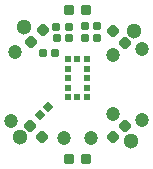
<source format=gts>
G04*
G04 #@! TF.GenerationSoftware,Altium Limited,Altium Designer,21.8.1 (53)*
G04*
G04 Layer_Color=8388736*
%FSLAX43Y43*%
%MOMM*%
G71*
G04*
G04 #@! TF.SameCoordinates,1D73D155-7DD3-43B3-A4AD-18309685674C*
G04*
G04*
G04 #@! TF.FilePolarity,Negative*
G04*
G01*
G75*
G04:AMPARAMS|DCode=12|XSize=0.9mm|YSize=0.9mm|CornerRadius=0.15mm|HoleSize=0mm|Usage=FLASHONLY|Rotation=0.000|XOffset=0mm|YOffset=0mm|HoleType=Round|Shape=RoundedRectangle|*
%AMROUNDEDRECTD12*
21,1,0.900,0.600,0,0,0.0*
21,1,0.600,0.900,0,0,0.0*
1,1,0.300,0.300,-0.300*
1,1,0.300,-0.300,-0.300*
1,1,0.300,-0.300,0.300*
1,1,0.300,0.300,0.300*
%
%ADD12ROUNDEDRECTD12*%
%ADD13R,0.620X0.620*%
G04:AMPARAMS|DCode=14|XSize=0.9mm|YSize=0.9mm|CornerRadius=0.15mm|HoleSize=0mm|Usage=FLASHONLY|Rotation=135.000|XOffset=0mm|YOffset=0mm|HoleType=Round|Shape=RoundedRectangle|*
%AMROUNDEDRECTD14*
21,1,0.900,0.600,0,0,135.0*
21,1,0.600,0.900,0,0,135.0*
1,1,0.300,0.000,0.424*
1,1,0.300,0.424,0.000*
1,1,0.300,0.000,-0.424*
1,1,0.300,-0.424,0.000*
%
%ADD14ROUNDEDRECTD14*%
G04:AMPARAMS|DCode=15|XSize=0.9mm|YSize=0.9mm|CornerRadius=0.15mm|HoleSize=0mm|Usage=FLASHONLY|Rotation=45.000|XOffset=0mm|YOffset=0mm|HoleType=Round|Shape=RoundedRectangle|*
%AMROUNDEDRECTD15*
21,1,0.900,0.600,0,0,45.0*
21,1,0.600,0.900,0,0,45.0*
1,1,0.300,0.424,0.000*
1,1,0.300,0.000,-0.424*
1,1,0.300,-0.424,0.000*
1,1,0.300,0.000,0.424*
%
%ADD15ROUNDEDRECTD15*%
G04:AMPARAMS|DCode=16|XSize=0.69mm|YSize=0.7mm|CornerRadius=0.124mm|HoleSize=0mm|Usage=FLASHONLY|Rotation=180.000|XOffset=0mm|YOffset=0mm|HoleType=Round|Shape=RoundedRectangle|*
%AMROUNDEDRECTD16*
21,1,0.690,0.453,0,0,180.0*
21,1,0.443,0.700,0,0,180.0*
1,1,0.248,-0.221,0.226*
1,1,0.248,0.221,0.226*
1,1,0.248,0.221,-0.226*
1,1,0.248,-0.221,-0.226*
%
%ADD16ROUNDEDRECTD16*%
G04:AMPARAMS|DCode=17|XSize=0.71mm|YSize=0.7mm|CornerRadius=0.125mm|HoleSize=0mm|Usage=FLASHONLY|Rotation=180.000|XOffset=0mm|YOffset=0mm|HoleType=Round|Shape=RoundedRectangle|*
%AMROUNDEDRECTD17*
21,1,0.710,0.450,0,0,180.0*
21,1,0.460,0.700,0,0,180.0*
1,1,0.250,-0.230,0.225*
1,1,0.250,0.230,0.225*
1,1,0.250,0.230,-0.225*
1,1,0.250,-0.230,-0.225*
%
%ADD17ROUNDEDRECTD17*%
G04:AMPARAMS|DCode=18|XSize=0.71mm|YSize=0.7mm|CornerRadius=0.125mm|HoleSize=0mm|Usage=FLASHONLY|Rotation=45.000|XOffset=0mm|YOffset=0mm|HoleType=Round|Shape=RoundedRectangle|*
%AMROUNDEDRECTD18*
21,1,0.710,0.450,0,0,45.0*
21,1,0.460,0.700,0,0,45.0*
1,1,0.250,0.322,0.004*
1,1,0.250,-0.004,-0.322*
1,1,0.250,-0.322,-0.004*
1,1,0.250,0.004,0.322*
%
%ADD18ROUNDEDRECTD18*%
%ADD19C,1.200*%
%ADD20C,1.300*%
D12*
X-700Y-6300D02*
D03*
X700D02*
D03*
Y6300D02*
D03*
X-700D02*
D03*
D13*
X-800Y500D02*
D03*
X800D02*
D03*
Y1300D02*
D03*
X-800D02*
D03*
Y2100D02*
D03*
X800D02*
D03*
X-800Y-300D02*
D03*
Y-1100D02*
D03*
X800Y-300D02*
D03*
Y-1100D02*
D03*
X0Y2100D02*
D03*
Y-1100D02*
D03*
D14*
X3005Y4495D02*
D03*
X3995Y3505D02*
D03*
X-3005Y-4495D02*
D03*
X-3995Y-3505D02*
D03*
D15*
X3995D02*
D03*
X3005Y-4495D02*
D03*
X-2905Y4595D02*
D03*
X-3895Y3605D02*
D03*
D16*
X-1757Y3884D02*
D03*
X-732D02*
D03*
X-1770Y4881D02*
D03*
X-745D02*
D03*
X625Y4920D02*
D03*
X1650D02*
D03*
X614Y3902D02*
D03*
X1639D02*
D03*
D17*
X-2925Y2600D02*
D03*
X-1925D02*
D03*
D18*
X-2471Y-1896D02*
D03*
X-3179Y-2604D02*
D03*
D19*
X1150Y-4600D02*
D03*
X3000Y-2500D02*
D03*
X-1150Y-4600D02*
D03*
X-5246Y2756D02*
D03*
X5500Y3000D02*
D03*
Y-3000D02*
D03*
X-5641Y-3120D02*
D03*
X3000Y2500D02*
D03*
D20*
X-4828Y-4500D02*
D03*
X4500Y-4828D02*
D03*
X-4500Y4828D02*
D03*
X4828Y4500D02*
D03*
M02*

</source>
